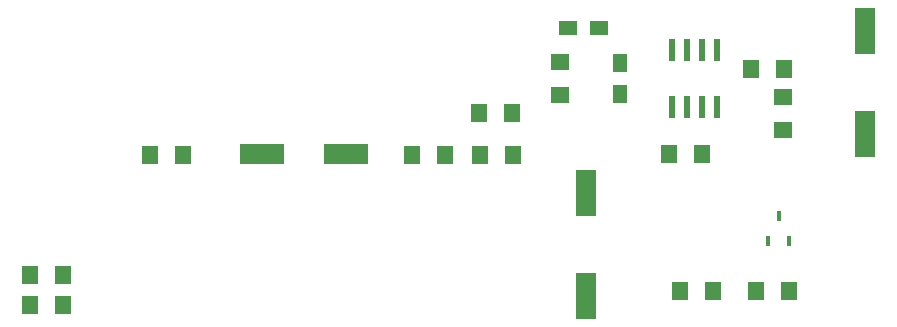
<source format=gbr>
G04 DipTrace 4.2.0.1*
G04 TopPaste.gbr*
%MOIN*%
G04 #@! TF.FileFunction,Paste,Top*
G04 #@! TF.Part,Single*
%AMOUTLINE2*
4,1,4,
-0.008008,-0.017457,
-0.008008,0.017457,
0.008008,0.017457,
0.008008,-0.017457,
-0.008008,-0.017457,
0*%
%AMOUTLINE5*
4,1,28,
-0.006037,0.036748,
0.006037,0.036748,
0.006987,0.036623,
0.007628,0.036357,
0.008179,0.035935,
0.008601,0.035384,
0.008867,0.034743,
0.008992,0.033793,
0.008992,-0.033793,
0.008867,-0.034743,
0.008601,-0.035384,
0.008179,-0.035935,
0.007628,-0.036357,
0.006987,-0.036623,
0.006037,-0.036748,
-0.006037,-0.036748,
-0.006987,-0.036623,
-0.007628,-0.036357,
-0.008179,-0.035935,
-0.008601,-0.035384,
-0.008867,-0.034743,
-0.008992,-0.033793,
-0.008992,0.033793,
-0.008867,0.034743,
-0.008601,0.035384,
-0.008179,0.035935,
-0.007628,0.036357,
-0.006987,0.036623,
-0.006037,0.036748,
0*%
%AMOUTLINE8*
4,1,28,
0.006037,-0.036748,
-0.006037,-0.036748,
-0.006987,-0.036623,
-0.007628,-0.036357,
-0.008179,-0.035935,
-0.008601,-0.035384,
-0.008867,-0.034743,
-0.008992,-0.033793,
-0.008992,0.033793,
-0.008867,0.034743,
-0.008601,0.035384,
-0.008179,0.035935,
-0.007628,0.036357,
-0.006987,0.036623,
-0.006037,0.036748,
0.006037,0.036748,
0.006987,0.036623,
0.007628,0.036357,
0.008179,0.035935,
0.008601,0.035384,
0.008867,0.034743,
0.008992,0.033793,
0.008992,-0.033793,
0.008867,-0.034743,
0.008601,-0.035384,
0.008179,-0.035935,
0.007628,-0.036357,
0.006987,-0.036623,
0.006037,-0.036748,
0*%
%AMOUTLINE11*
4,1,28,
0.028612,-0.021984,
-0.028612,-0.021984,
-0.029578,-0.021857,
-0.030235,-0.021585,
-0.030798,-0.021153,
-0.031231,-0.020589,
-0.031503,-0.019933,
-0.03163,-0.018966,
-0.03163,0.018966,
-0.031503,0.019933,
-0.031231,0.020589,
-0.030798,0.021153,
-0.030235,0.021585,
-0.029578,0.021857,
-0.028612,0.021984,
0.028612,0.021984,
0.029578,0.021857,
0.030235,0.021585,
0.030798,0.021153,
0.031231,0.020589,
0.031503,0.019933,
0.03163,0.018966,
0.03163,-0.018966,
0.031503,-0.019933,
0.031231,-0.020589,
0.030798,-0.021153,
0.030235,-0.021585,
0.029578,-0.021857,
0.028612,-0.021984,
0*%
%AMOUTLINE14*
4,1,28,
-0.021984,-0.028612,
-0.021984,0.028612,
-0.021857,0.029578,
-0.021585,0.030235,
-0.021153,0.030798,
-0.020589,0.031231,
-0.019933,0.031503,
-0.018966,0.03163,
0.018966,0.03163,
0.019933,0.031503,
0.020589,0.031231,
0.021153,0.030798,
0.021585,0.030235,
0.021857,0.029578,
0.021984,0.028612,
0.021984,-0.028612,
0.021857,-0.029578,
0.021585,-0.030235,
0.021153,-0.030798,
0.020589,-0.031231,
0.019933,-0.031503,
0.018966,-0.03163,
-0.018966,-0.03163,
-0.019933,-0.031503,
-0.020589,-0.031231,
-0.021153,-0.030798,
-0.021585,-0.030235,
-0.021857,-0.029578,
-0.021984,-0.028612,
0*%
%ADD43R,0.062866X0.054992*%
%ADD51R,0.14948X0.07074*%
%ADD53R,0.054992X0.062866*%
%ADD55R,0.07074X0.153417*%
%ADD74OUTLINE2*%
%ADD77OUTLINE5*%
%ADD80OUTLINE8*%
%ADD83OUTLINE11*%
%ADD86OUTLINE14*%
%FSLAX26Y26*%
G04*
G70*
G90*
G75*
G01*
G04 TopPaste*
%LPD*%
D55*
X2393700Y914960D3*
Y572440D3*
D53*
X538582Y643700D3*
X648818D3*
X538582Y543700D3*
X648818D3*
X2037465Y1181495D3*
X2147701D3*
X938582Y1043700D3*
X1048818D3*
D51*
X1593403Y1047838D3*
X1313876D3*
D53*
X1813582Y1043700D3*
X1923818D3*
X2038582D3*
X2148818D3*
D74*
X2999413Y756938D3*
X3035436Y841190D3*
X3071460Y756938D3*
D53*
X2706369Y590356D3*
X2816606D3*
X2960633D3*
X3070869D3*
D77*
X2679947Y1203426D3*
X2729947D3*
X2779947D3*
X2829947D3*
D80*
Y1394371D3*
X2779947D3*
X2729947D3*
X2679947D3*
D83*
X2436931Y1467440D3*
X2334569D3*
D86*
X2505220Y1247717D3*
Y1350079D3*
D53*
X2668602Y1047838D3*
X2778838D3*
D55*
X3323985Y1456138D3*
Y1113619D3*
D53*
X2942508Y1328587D3*
X3052745D3*
D43*
X3048808Y1126377D3*
Y1236613D3*
X2307031Y1243780D3*
Y1354016D3*
M02*

</source>
